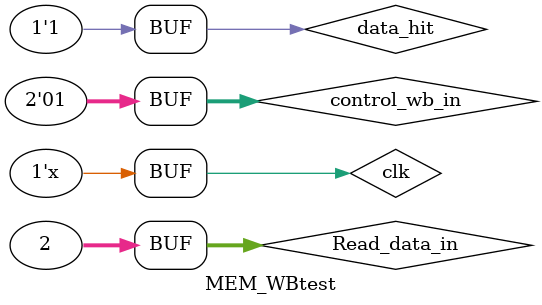
<source format=v>
`timescale 1ns / 1ps


module MEM_WBtest;

	// Inputs
	reg clk;
	reg data_hit;
	reg [1:0] control_wb_in;
	reg [31:0] Read_data_in;
	

	// Instantiate the Unit Under Test (UUT)
	MEM_WB uut (
		.clk(clk), 
		.data_hit(data_hit), 
		.control_wb_in(control_wb_in), 
		.Read_data_in(Read_data_in), 
		
	);

	initial begin
		// Initialize Inputs
		clk = 0;
		data_hit = 1;
		control_wb_in = 1;
		Read_data_in = 2;
		

		// Wait 100 ns for global reset to finish
		#100;
        
		// Add stimulus here
		
	end
	
	always
	begin
		#50
		clk = ~clk;
	end
      
      
endmodule


</source>
